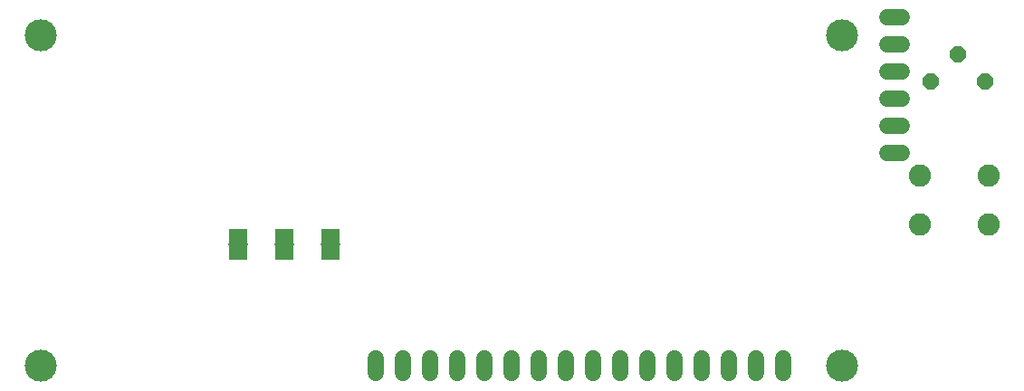
<source format=gbs>
G75*
%MOIN*%
%OFA0B0*%
%FSLAX24Y24*%
%IPPOS*%
%LPD*%
%AMOC8*
5,1,8,0,0,1.08239X$1,22.5*
%
%ADD10C,0.0595*%
%ADD11C,0.1182*%
%ADD12OC8,0.0600*%
%ADD13C,0.0820*%
%ADD14C,0.0600*%
%ADD15R,0.0710X0.0540*%
%ADD16R,0.0160X0.0330*%
%ADD17R,0.0720X0.0060*%
D10*
X013507Y000964D02*
X013507Y001479D01*
X014507Y001479D02*
X014507Y000964D01*
X015507Y000964D02*
X015507Y001479D01*
X016507Y001479D02*
X016507Y000964D01*
X017507Y000964D02*
X017507Y001479D01*
X018507Y001479D02*
X018507Y000964D01*
X019507Y000964D02*
X019507Y001479D01*
X020507Y001479D02*
X020507Y000964D01*
X021507Y000964D02*
X021507Y001479D01*
X022507Y001479D02*
X022507Y000964D01*
X023507Y000964D02*
X023507Y001479D01*
X024507Y001479D02*
X024507Y000964D01*
X025507Y000964D02*
X025507Y001479D01*
X026507Y001479D02*
X026507Y000964D01*
X027507Y000964D02*
X027507Y001479D01*
X028507Y001479D02*
X028507Y000964D01*
D11*
X001160Y001221D03*
X030656Y001221D03*
X030656Y013395D03*
X001160Y013395D03*
D12*
X033930Y011680D03*
X035930Y011680D03*
X034930Y012680D03*
D13*
X036082Y008204D03*
X033522Y008204D03*
X033522Y006424D03*
X036082Y006424D03*
D14*
X032855Y009054D02*
X032335Y009054D01*
X032335Y010054D02*
X032855Y010054D01*
X032855Y011054D02*
X032335Y011054D01*
X032335Y012054D02*
X032855Y012054D01*
X032855Y013054D02*
X032335Y013054D01*
X032335Y014054D02*
X032855Y014054D01*
D15*
X011830Y005980D03*
X011830Y005380D03*
X010130Y005380D03*
X010130Y005980D03*
X008430Y005980D03*
X008430Y005380D03*
D16*
X008430Y005680D03*
X010130Y005680D03*
X011830Y005680D03*
D17*
X011830Y005680D03*
X010130Y005680D03*
X008430Y005680D03*
M02*

</source>
